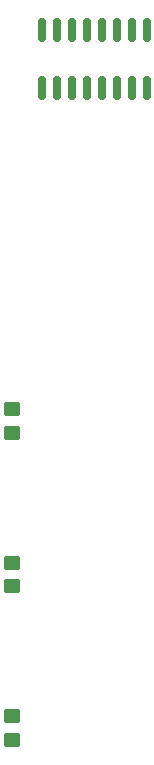
<source format=gtp>
G04 #@! TF.GenerationSoftware,KiCad,Pcbnew,(6.0.4)*
G04 #@! TF.CreationDate,2022-06-22T13:50:13-04:00*
G04 #@! TF.ProjectId,Macintosh Portable Battery Adapter v1.2,4d616369-6e74-46f7-9368-20506f727461,rev?*
G04 #@! TF.SameCoordinates,Original*
G04 #@! TF.FileFunction,Paste,Top*
G04 #@! TF.FilePolarity,Positive*
%FSLAX46Y46*%
G04 Gerber Fmt 4.6, Leading zero omitted, Abs format (unit mm)*
G04 Created by KiCad (PCBNEW (6.0.4)) date 2022-06-22 13:50:13*
%MOMM*%
%LPD*%
G01*
G04 APERTURE LIST*
G04 Aperture macros list*
%AMRoundRect*
0 Rectangle with rounded corners*
0 $1 Rounding radius*
0 $2 $3 $4 $5 $6 $7 $8 $9 X,Y pos of 4 corners*
0 Add a 4 corners polygon primitive as box body*
4,1,4,$2,$3,$4,$5,$6,$7,$8,$9,$2,$3,0*
0 Add four circle primitives for the rounded corners*
1,1,$1+$1,$2,$3*
1,1,$1+$1,$4,$5*
1,1,$1+$1,$6,$7*
1,1,$1+$1,$8,$9*
0 Add four rect primitives between the rounded corners*
20,1,$1+$1,$2,$3,$4,$5,0*
20,1,$1+$1,$4,$5,$6,$7,0*
20,1,$1+$1,$6,$7,$8,$9,0*
20,1,$1+$1,$8,$9,$2,$3,0*%
G04 Aperture macros list end*
%ADD10RoundRect,0.150000X-0.150000X0.825000X-0.150000X-0.825000X0.150000X-0.825000X0.150000X0.825000X0*%
%ADD11RoundRect,0.250000X-0.450000X0.350000X-0.450000X-0.350000X0.450000X-0.350000X0.450000X0.350000X0*%
G04 APERTURE END LIST*
D10*
X86922000Y-74931000D03*
X85652000Y-74931000D03*
X84382000Y-74931000D03*
X83112000Y-74931000D03*
X81842000Y-74931000D03*
X80572000Y-74931000D03*
X79302000Y-74931000D03*
X78032000Y-74931000D03*
X78032000Y-69981000D03*
X79302000Y-69981000D03*
X80572000Y-69981000D03*
X81842000Y-69981000D03*
X83112000Y-69981000D03*
X84382000Y-69981000D03*
X85652000Y-69981000D03*
X86922000Y-69981000D03*
D11*
X75500000Y-130100000D03*
X75500000Y-128100000D03*
X75500000Y-115100000D03*
X75500000Y-117100000D03*
X75500000Y-102100000D03*
X75500000Y-104100000D03*
M02*

</source>
